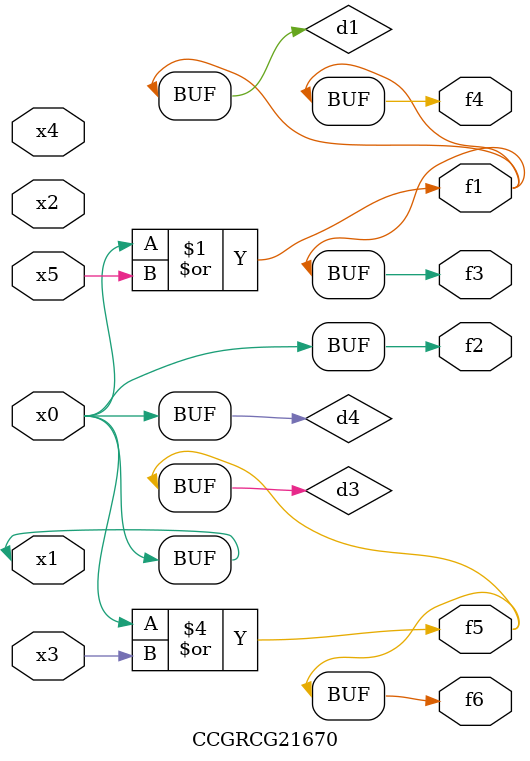
<source format=v>
module CCGRCG21670(
	input x0, x1, x2, x3, x4, x5,
	output f1, f2, f3, f4, f5, f6
);

	wire d1, d2, d3, d4;

	or (d1, x0, x5);
	xnor (d2, x1, x4);
	or (d3, x0, x3);
	buf (d4, x0, x1);
	assign f1 = d1;
	assign f2 = d4;
	assign f3 = d1;
	assign f4 = d1;
	assign f5 = d3;
	assign f6 = d3;
endmodule

</source>
